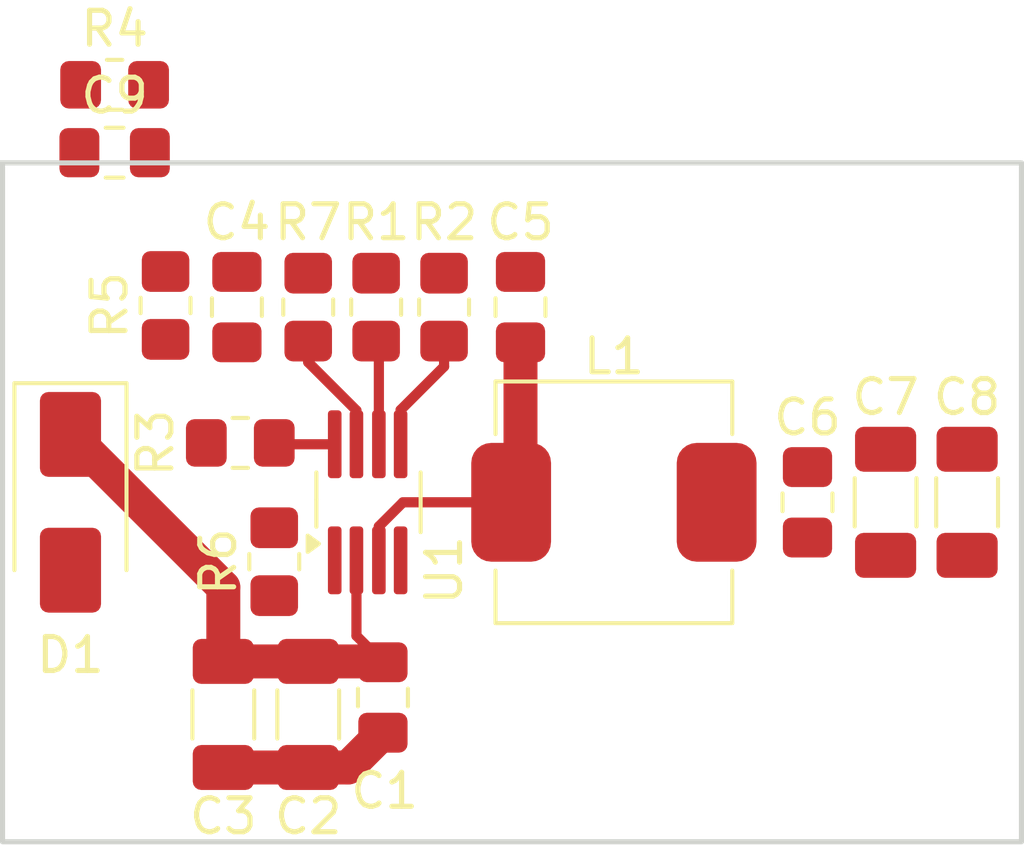
<source format=kicad_pcb>
(kicad_pcb (version 20240108) (generator "pcbnew") (generator_version "8.0")
  (layers (0 "F.Cu" signal) (31 "B.Cu" signal) (36 "B.SilkS" user "B.Silkscreen") (37 "F.SilkS" user "F.Silkscreen") (38 "B.Mask" user) (39 "F.Mask" user) (44 "Edge.Cuts" user))
  (net 0 "")
  (net 1 "GND")
  (net 2 "+12V")
  (net 3 "+5V")
  (net 4 "/VCC_MP2315")
  (net 5 "/SW")
  (net 6 "/AAM")
  (net 7 "/FB")
  (net 8 "/BST")
  (net 9 "/EN")
  (net 10 "Net-(C5-Pad1)")
  (net 11 "Net-(C9-Pad1)")
  (footprint "Diode_SMD:D_SMA" (layer "F.Cu") (at 122 70 -90)
    (property "Reference" "D1" (at 4.5 0 180) (layer "F.SilkS"))
    (property "Value" "SMAJ12A")
    (fp_line (start -3.51 1.65) (end 2 1.65) (stroke (width 0.12)) (layer "F.SilkS"))
    (fp_line (start -3.51 -1.65) (end -3.51 1.65) (stroke (width 0.12)) (layer "F.SilkS"))
    (fp_line (start -3.51 -1.65) (end 2 -1.65) (stroke (width 0.12)) (layer "F.SilkS"))
    (pad "1" smd roundrect (at -2 0 270) (size 2.5 1.8) (layers "F.Cu" "F.Paste" "F.Mask") (roundrect_rratio 0.1388888889) (net 2 "+12V"))
    (pad "2" smd roundrect (at 2 0 270) (size 2.5 1.8) (layers "F.Cu" "F.Paste" "F.Mask") (roundrect_rratio 0.1388888889) (net 1 "GND"))
  )
  (footprint "Capacitor_SMD:C_1206_3216Metric_Pad1.33x1.80mm_HandSolder" (layer "F.Cu") (at 129 76.25 -90)
    (property "Reference" "C2" (at 3 0 180) (layer "F.SilkS"))
    (property "Value" "22uF")
    (fp_line (start -0.711252 0.91) (end 0.711252 0.91) (stroke (width 0.12)) (layer "F.SilkS"))
    (fp_line (start -0.711252 -0.91) (end 0.711252 -0.91) (stroke (width 0.12)) (layer "F.SilkS"))
    (pad "1" smd roundrect (at -1.5625 0 270) (size 1.325 1.8) (layers "F.Cu" "F.Paste" "F.Mask") (roundrect_rratio 0.188679) (net 2 "+12V"))
    (pad "2" smd roundrect (at 1.5625 0 270) (size 1.325 1.8) (layers "F.Cu" "F.Paste" "F.Mask") (roundrect_rratio 0.188679) (net 1 "GND"))
  )
  (footprint "Resistor_SMD:R_0805_2012Metric_Pad1.20x1.40mm_HandSolder" (layer "F.Cu") (at 127 68.25 180)
    (property "Reference" "R3" (at 2.5 0 90) (layer "F.SilkS"))
    (property "Value" "20K")
    (fp_line (start -0.227064 0.735) (end 0.227064 0.735) (stroke (width 0.12)) (layer "F.SilkS"))
    (fp_line (start -0.227064 -0.735) (end 0.227064 -0.735) (stroke (width 0.12)) (layer "F.SilkS"))
    (pad "1" smd roundrect (at -1 0 180) (size 1.2 1.4) (layers "F.Cu" "F.Paste" "F.Mask") (roundrect_rratio 0.208333) (net 7 "/FB"))
    (pad "2" smd roundrect (at 1 0 180) (size 1.2 1.4) (layers "F.Cu" "F.Paste" "F.Mask") (roundrect_rratio 0.208333) (net 11 "Net-(C9-Pad1)"))
  )
  (footprint "Resistor_SMD:R_0805_2012Metric_Pad1.20x1.40mm_HandSolder" (layer "F.Cu") (at 131 64.25 -90)
    (property "Reference" "R1" (at -2.5 0 180) (layer "F.SilkS"))
    (property "Value" "100K")
    (fp_line (start -0.227064 0.735) (end 0.227064 0.735) (stroke (width 0.12)) (layer "F.SilkS"))
    (fp_line (start -0.227064 -0.735) (end 0.227064 -0.735) (stroke (width 0.12)) (layer "F.SilkS"))
    (pad "1" smd roundrect (at -1 0 270) (size 1.2 1.4) (layers "F.Cu" "F.Paste" "F.Mask") (roundrect_rratio 0.208333) (net 2 "+12V"))
    (pad "2" smd roundrect (at 1 0 270) (size 1.2 1.4) (layers "F.Cu" "F.Paste" "F.Mask") (roundrect_rratio 0.208333) (net 9 "/EN"))
  )
  (footprint "Capacitor_SMD:C_0805_2012Metric_Pad1.18x1.45mm_HandSolder" (layer "F.Cu") (at 135.25 64.25 -90)
    (property "Reference" "C5" (at -2.5 0 0) (layer "F.SilkS"))
    (property "Value" "0.1uF")
    (fp_line (start -0.261252 0.735) (end 0.261252 0.735) (stroke (width 0.12)) (layer "F.SilkS"))
    (fp_line (start -0.261252 -0.735) (end 0.261252 -0.735) (stroke (width 0.12)) (layer "F.SilkS"))
    (pad "1" smd roundrect (at -1.0375 0 270) (size 1.175 1.45) (layers "F.Cu" "F.Paste" "F.Mask") (roundrect_rratio 0.212766) (net 10 "Net-(C5-Pad1)"))
    (pad "2" smd roundrect (at 1.0375 0 270) (size 1.175 1.45) (layers "F.Cu" "F.Paste" "F.Mask") (roundrect_rratio 0.212766) (net 5 "/SW"))
  )
  (footprint "Resistor_SMD:R_0805_2012Metric_Pad1.20x1.40mm_HandSolder" (layer "F.Cu") (at 133 64.25 90)
    (property "Reference" "R2" (at 2.5 0 180) (layer "F.SilkS"))
    (property "Value" "10R")
    (fp_line (start -0.227064 -0.735) (end 0.227064 -0.735) (stroke (width 0.12)) (layer "F.SilkS"))
    (fp_line (start -0.227064 0.735) (end 0.227064 0.735) (stroke (width 0.12)) (layer "F.SilkS"))
    (pad "1" smd roundrect (at -1 0 90) (size 1.2 1.4) (layers "F.Cu" "F.Paste" "F.Mask") (roundrect_rratio 0.208333) (net 8 "/BST"))
    (pad "2" smd roundrect (at 1 0 90) (size 1.2 1.4) (layers "F.Cu" "F.Paste" "F.Mask") (roundrect_rratio 0.208333) (net 10 "Net-(C5-Pad1)"))
  )
  (footprint "Inductor_SMD:L_Changjiang_FXL0630" (layer "F.Cu") (at 138 70)
    (property "Reference" "L1" (at 0 -4.3 360) (layer "F.SilkS"))
    (property "Value" "4.7uH")
    (fp_line (start -3.485 -3.56) (end -3.485 -2.01) (stroke (width 0.12)) (layer "F.SilkS"))
    (fp_line (start -3.485 -3.56) (end 3.485 -3.56) (stroke (width 0.12)) (layer "F.SilkS"))
    (fp_line (start -3.485 3.56) (end -3.485 2.01) (stroke (width 0.12)) (layer "F.SilkS"))
    (fp_line (start -3.485 3.56) (end 3.485 3.56) (stroke (width 0.12)) (layer "F.SilkS"))
    (fp_line (start 3.485 -3.56) (end 3.485 -2.01) (stroke (width 0.12)) (layer "F.SilkS"))
    (fp_line (start 3.485 3.56) (end 3.485 2.01) (stroke (width 0.12)) (layer "F.SilkS"))
    (pad "1" smd roundrect (at -3.025 0) (size 2.35 3.5) (layers "F.Cu" "F.Paste" "F.Mask") (net 5 "/SW"))
    (pad "2" smd roundrect (at 3.025 0) (size 2.35 3.5) (layers "F.Cu" "F.Paste" "F.Mask") (net 3 "+5V"))
  )
  (footprint "Capacitor_SMD:C_1206_3216Metric_Pad1.33x1.80mm_HandSolder" (layer "F.Cu") (at 146 70 -90)
    (property "Reference" "C7" (at -3.1 0 180) (layer "F.SilkS"))
    (property "Value" "22uF")
    (fp_line (start -0.711252 0.91) (end 0.711252 0.91) (stroke (width 0.12)) (layer "F.SilkS"))
    (fp_line (start -0.711252 -0.91) (end 0.711252 -0.91) (stroke (width 0.12)) (layer "F.SilkS"))
    (pad "1" smd roundrect (at -1.5625 0 270) (size 1.325 1.8) (layers "F.Cu" "F.Paste" "F.Mask") (roundrect_rratio 0.188679) (net 3 "+5V"))
    (pad "2" smd roundrect (at 1.5625 0 270) (size 1.325 1.8) (layers "F.Cu" "F.Paste" "F.Mask") (roundrect_rratio 0.188679) (net 1 "GND"))
  )
  (footprint "Capacitor_SMD:C_1206_3216Metric_Pad1.33x1.80mm_HandSolder" (layer "F.Cu") (at 148.4 70 -90)
    (property "Reference" "C8" (at -3.1 0 180) (layer "F.SilkS"))
    (property "Value" "22uF")
    (fp_line (start -0.711252 0.91) (end 0.711252 0.91) (stroke (width 0.12)) (layer "F.SilkS"))
    (fp_line (start -0.711252 -0.91) (end 0.711252 -0.91) (stroke (width 0.12)) (layer "F.SilkS"))
    (pad "1" smd roundrect (at -1.5625 0 270) (size 1.325 1.8) (layers "F.Cu" "F.Paste" "F.Mask") (roundrect_rratio 0.188679) (net 3 "+5V"))
    (pad "2" smd roundrect (at 1.5625 0 270) (size 1.325 1.8) (layers "F.Cu" "F.Paste" "F.Mask") (roundrect_rratio 0.188679) (net 1 "GND"))
  )
  (footprint "Resistor_SMD:R_0805_2012Metric_Pad1.20x1.40mm_HandSolder" (layer "F.Cu") (at 128 71.75 90)
    (property "Reference" "R6" (at 0 -1.65 90) (layer "F.SilkS"))
    (property "Value" "9.09K")
    (fp_line (start -0.227064 -0.735) (end 0.227064 -0.735) (stroke (width 0.12)) (layer "F.SilkS"))
    (fp_line (start -0.227064 0.735) (end 0.227064 0.735) (stroke (width 0.12)) (layer "F.SilkS"))
    (pad "1" smd roundrect (at -1 0 90) (size 1.2 1.4) (layers "F.Cu" "F.Paste" "F.Mask") (roundrect_rratio 0.208333) (net 1 "GND"))
    (pad "2" smd roundrect (at 1 0 90) (size 1.2 1.4) (layers "F.Cu" "F.Paste" "F.Mask") (roundrect_rratio 0.208333) (net 6 "/AAM"))
  )
  (footprint "Capacitor_SMD:C_0805_2012Metric_Pad1.18x1.45mm_HandSolder" (layer "F.Cu") (at 143.7 70 -90)
    (property "Reference" "C6" (at -2.5 0 180) (layer "F.SilkS"))
    (property "Value" "0.1uF")
    (fp_line (start -0.261252 0.735) (end 0.261252 0.735) (stroke (width 0.12)) (layer "F.SilkS"))
    (fp_line (start -0.261252 -0.735) (end 0.261252 -0.735) (stroke (width 0.12)) (layer "F.SilkS"))
    (pad "1" smd roundrect (at -1.0375 0 270) (size 1.175 1.45) (layers "F.Cu" "F.Paste" "F.Mask") (roundrect_rratio 0.212766) (net 3 "+5V"))
    (pad "2" smd roundrect (at 1.0375 0 270) (size 1.175 1.45) (layers "F.Cu" "F.Paste" "F.Mask") (roundrect_rratio 0.212766) (net 1 "GND"))
  )
  (footprint "Resistor_SMD:R_0805_2012Metric_Pad1.20x1.40mm_HandSolder" (layer "F.Cu") (at 129 64.25 90)
    (property "Reference" "R7" (at 2.5 0 180) (layer "F.SilkS"))
    (property "Value" "100K")
    (fp_line (start -0.227064 -0.735) (end 0.227064 -0.735) (stroke (width 0.12)) (layer "F.SilkS"))
    (fp_line (start -0.227064 0.735) (end 0.227064 0.735) (stroke (width 0.12)) (layer "F.SilkS"))
    (pad "1" smd roundrect (at -1 0 90) (size 1.2 1.4) (layers "F.Cu" "F.Paste" "F.Mask") (roundrect_rratio 0.208333) (net 4 "/VCC_MP2315"))
    (pad "2" smd roundrect (at 1 0 90) (size 1.2 1.4) (layers "F.Cu" "F.Paste" "F.Mask") (roundrect_rratio 0.208333) (net 6 "/AAM"))
  )
  (footprint "Capacitor_SMD:C_1206_3216Metric_Pad1.33x1.80mm_HandSolder" (layer "F.Cu") (at 126.5 76.25 -90)
    (property "Reference" "C3" (at 3 0 180) (layer "F.SilkS"))
    (property "Value" "22uF")
    (fp_line (start -0.711252 0.91) (end 0.711252 0.91) (stroke (width 0.12)) (layer "F.SilkS"))
    (fp_line (start -0.711252 -0.91) (end 0.711252 -0.91) (stroke (width 0.12)) (layer "F.SilkS"))
    (pad "1" smd roundrect (at -1.5625 0 270) (size 1.325 1.8) (layers "F.Cu" "F.Paste" "F.Mask") (roundrect_rratio 0.188679) (net 2 "+12V"))
    (pad "2" smd roundrect (at 1.5625 0 270) (size 1.325 1.8) (layers "F.Cu" "F.Paste" "F.Mask") (roundrect_rratio 0.188679) (net 1 "GND"))
  )
  (footprint "Capacitor_SMD:C_0805_2012Metric_Pad1.18x1.45mm_HandSolder" (layer "F.Cu") (at 123.3 59.7)
    (property "Reference" "C9" (at 0 -1.68 0) (layer "F.SilkS"))
    (property "Value" "33pF")
    (fp_line (start -0.261252 -0.735) (end 0.261252 -0.735) (stroke (width 0.12)) (layer "F.SilkS"))
    (fp_line (start -0.261252 0.735) (end 0.261252 0.735) (stroke (width 0.12)) (layer "F.SilkS"))
    (pad "1" smd roundrect (at -1.0375 0) (size 1.175 1.45) (layers "F.Cu" "F.Paste" "F.Mask") (roundrect_rratio 0.212766) (net 11 "Net-(C9-Pad1)"))
    (pad "2" smd roundrect (at 1.0375 0) (size 1.175 1.45) (layers "F.Cu" "F.Paste" "F.Mask") (roundrect_rratio 0.212766) (net 3 "+5V"))
  )
  (footprint "Capacitor_SMD:C_0805_2012Metric_Pad1.18x1.45mm_HandSolder" (layer "F.Cu") (at 131.2 75.75 -90)
    (property "Reference" "C1" (at 2.75 -0.05 180) (layer "F.SilkS"))
    (property "Value" "0.1uF")
    (fp_line (start -0.261252 0.735) (end 0.261252 0.735) (stroke (width 0.12)) (layer "F.SilkS"))
    (fp_line (start -0.261252 -0.735) (end 0.261252 -0.735) (stroke (width 0.12)) (layer "F.SilkS"))
    (pad "1" smd roundrect (at -1.0375 0 270) (size 1.175 1.45) (layers "F.Cu" "F.Paste" "F.Mask") (roundrect_rratio 0.212766) (net 2 "+12V"))
    (pad "2" smd roundrect (at 1.0375 0 270) (size 1.175 1.45) (layers "F.Cu" "F.Paste" "F.Mask") (roundrect_rratio 0.212766) (net 1 "GND"))
  )
  (footprint "Resistor_SMD:R_0805_2012Metric_Pad1.20x1.40mm_HandSolder" (layer "F.Cu") (at 123.3 57.7)
    (property "Reference" "R4" (at 0 -1.65 0) (layer "F.SilkS"))
    (property "Value" "40.2K")
    (fp_line (start -0.227064 -0.735) (end 0.227064 -0.735) (stroke (width 0.12)) (layer "F.SilkS"))
    (fp_line (start -0.227064 0.735) (end 0.227064 0.735) (stroke (width 0.12)) (layer "F.SilkS"))
    (pad "1" smd roundrect (at -1 0) (size 1.2 1.4) (layers "F.Cu" "F.Paste" "F.Mask") (roundrect_rratio 0.208333) (net 11 "Net-(C9-Pad1)"))
    (pad "2" smd roundrect (at 1 0) (size 1.2 1.4) (layers "F.Cu" "F.Paste" "F.Mask") (roundrect_rratio 0.208333) (net 3 "+5V"))
  )
  (footprint "Resistor_SMD:R_0805_2012Metric_Pad1.20x1.40mm_HandSolder" (layer "F.Cu") (at 124.8 64.2 90)
    (property "Reference" "R5" (at 0 -1.65 90) (layer "F.SilkS"))
    (property "Value" "7.5K")
    (fp_line (start -0.227064 -0.735) (end 0.227064 -0.735) (stroke (width 0.12)) (layer "F.SilkS"))
    (fp_line (start -0.227064 0.735) (end 0.227064 0.735) (stroke (width 0.12)) (layer "F.SilkS"))
    (pad "1" smd roundrect (at -1 0 90) (size 1.2 1.4) (layers "F.Cu" "F.Paste" "F.Mask") (roundrect_rratio 0.208333) (net 11 "Net-(C9-Pad1)"))
    (pad "2" smd roundrect (at 1 0 90) (size 1.2 1.4) (layers "F.Cu" "F.Paste" "F.Mask") (roundrect_rratio 0.208333) (net 1 "GND"))
  )
  (footprint "Capacitor_SMD:C_0805_2012Metric_Pad1.18x1.45mm_HandSolder" (layer "F.Cu") (at 126.9 64.25 -90)
    (property "Reference" "C4" (at -2.5 0 180) (layer "F.SilkS"))
    (property "Value" "0.1uF")
    (fp_line (start -0.261252 0.735) (end 0.261252 0.735) (stroke (width 0.12)) (layer "F.SilkS"))
    (fp_line (start -0.261252 -0.735) (end 0.261252 -0.735) (stroke (width 0.12)) (layer "F.SilkS"))
    (pad "1" smd roundrect (at -1.0375 0 270) (size 1.175 1.45) (layers "F.Cu" "F.Paste" "F.Mask") (roundrect_rratio 0.212766) (net 1 "GND"))
    (pad "2" smd roundrect (at 1.0375 0 270) (size 1.175 1.45) (layers "F.Cu" "F.Paste" "F.Mask") (roundrect_rratio 0.212766) (net 4 "/VCC_MP2315"))
  )
  (footprint "Package_TO_SOT_SMD:TSOT-23-8_HandSoldering" (layer "F.Cu") (at 130.75 70 90)
    (property "Reference" "U1" (at -2 2.25 90) (layer "F.SilkS"))
    (property "Value" "MP2315SGJ-Z")
    (fp_line (start 0.08 -1.51) (end 0.88 -1.51) (stroke (width 0.12)) (layer "F.SilkS"))
    (fp_line (start 0.08 -1.51) (end -0.72 -1.51) (stroke (width 0.12)) (layer "F.SilkS"))
    (fp_line (start -0.88 1.56) (end 0.88 1.56) (stroke (width 0.12)) (layer "F.SilkS"))
    (fp_poly (pts (xy -1.22 -1.435) (xy -1.46 -1.765) (xy -0.98 -1.765) (xy -1.22 -1.435)) (stroke (width 0.12)) (fill solid) (layer "F.SilkS"))
    (pad "1" smd roundrect (at -1.71 -0.97 90) (size 2 0.4) (layers "F.Cu" "F.Paste" "F.Mask") (net 6 "/AAM"))
    (pad "2" smd roundrect (at -1.71 -0.33 90) (size 2 0.4) (layers "F.Cu" "F.Paste" "F.Mask") (net 2 "+12V"))
    (pad "3" smd roundrect (at -1.71 0.33 90) (size 2 0.4) (layers "F.Cu" "F.Paste" "F.Mask") (net 5 "/SW"))
    (pad "4" smd roundrect (at -1.71 0.97 90) (size 2 0.4) (layers "F.Cu" "F.Paste" "F.Mask") (net 1 "GND"))
    (pad "5" smd roundrect (at 1.71 0.97 90) (size 2 0.4) (layers "F.Cu" "F.Paste" "F.Mask") (net 8 "/BST"))
    (pad "6" smd roundrect (at 1.71 0.33 90) (size 2 0.4) (layers "F.Cu" "F.Paste" "F.Mask") (net 9 "/EN"))
    (pad "7" smd roundrect (at 1.71 -0.33 90) (size 2 0.4) (layers "F.Cu" "F.Paste" "F.Mask") (net 4 "/VCC_MP2315"))
    (pad "8" smd roundrect (at 1.71 -0.97 90) (size 2 0.4) (layers "F.Cu" "F.Paste" "F.Mask") (net 7 "/FB"))
  )
  (gr_rect (start 120 60) (end 150 80) (stroke (width 0.15)) (fill none) (layer "Edge.Cuts"))
  (segment (start 126.5 77.8125) (end 129 77.8125) (width 1) (layer "F.Cu") (net 1))
  (segment (start 130.175 77.8125) (end 131.2 76.7875) (width 1) (layer "F.Cu") (net 1))
  (segment (start 129 77.8125) (end 130.175 77.8125) (width 1) (layer "F.Cu") (net 1))
  (segment (start 130.42 71.71) (end 130.42 73.9325) (width 0.3) (layer "F.Cu") (net 2))
  (segment (start 129 74.6875) (end 131.175 74.6875) (width 1) (layer "F.Cu") (net 2))
  (segment (start 130.42 73.9325) (end 131.2 74.7125) (width 0.3) (layer "F.Cu") (net 2))
  (segment (start 131.175 74.6875) (end 131.2 74.7125) (width 1) (layer "F.Cu") (net 2))
  (segment (start 126.5 74.6875) (end 129 74.6875) (width 1) (layer "F.Cu") (net 2))
  (segment (start 126.5 72.5) (end 126.5 74.6875) (width 1) (layer "F.Cu") (net 2))
  (segment (start 122 68) (end 126.5 72.5) (width 1) (layer "F.Cu") (net 2))
  (segment (start 130.42 68.29) (end 130.42 67.295) (width 0.3) (layer "F.Cu") (net 4))
  (segment (start 129 65.875) (end 129 65.25) (width 0.3) (layer "F.Cu") (net 4))
  (segment (start 130.42 67.295) (end 129 65.875) (width 0.3) (layer "F.Cu") (net 4))
  (segment (start 131.08 70.710001) (end 131.790001 70) (width 0.3) (layer "F.Cu") (net 5))
  (segment (start 131.08 71.71) (end 131.08 70.710001) (width 0.3) (layer "F.Cu") (net 5))
  (segment (start 135.25 65.2875) (end 135.25 69.725) (width 1) (layer "F.Cu") (net 5))
  (segment (start 131.790001 70) (end 134.975 70) (width 0.3) (layer "F.Cu") (net 5))
  (segment (start 135.25 69.725) (end 134.975 70) (width 1) (layer "F.Cu") (net 5))
  (segment (start 128.04 68.29) (end 128 68.25) (width 0.3) (layer "F.Cu") (net 7))
  (segment (start 129.78 68.29) (end 128.04 68.29) (width 0.3) (layer "F.Cu") (net 7))
  (segment (start 131.72 67.28) (end 133 66) (width 0.3) (layer "F.Cu") (net 8))
  (segment (start 131.72 68.29) (end 131.72 67.28) (width 0.3) (layer "F.Cu") (net 8))
  (segment (start 133 66) (end 133 65.25) (width 0.3) (layer "F.Cu") (net 8))
  (segment (start 131.08 68.29) (end 131.08 65.33) (width 0.3) (layer "F.Cu") (net 9))
  (segment (start 131.08 65.33) (end 131 65.25) (width 0.3) (layer "F.Cu") (net 9))
)
</source>
